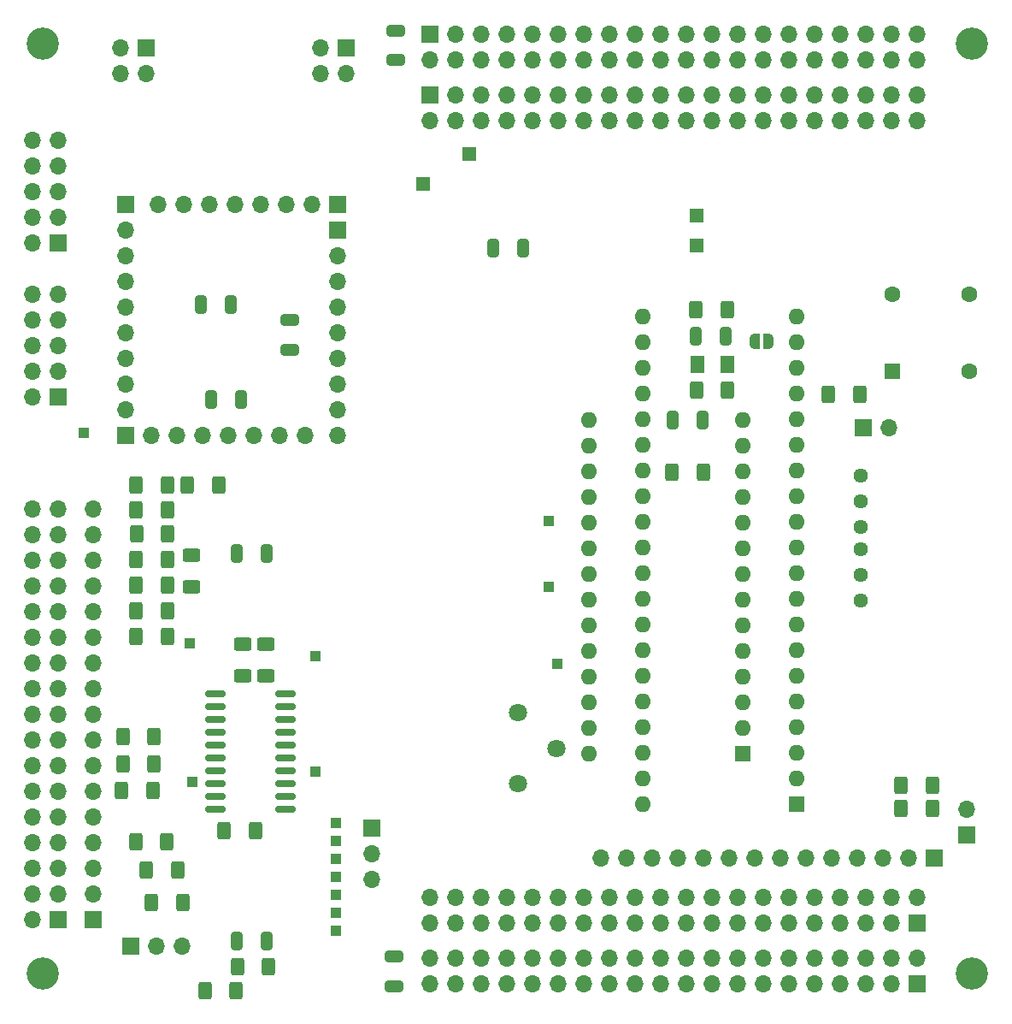
<source format=gbr>
%TF.GenerationSoftware,KiCad,Pcbnew,8.0.5-8.0.5-0~ubuntu22.04.1*%
%TF.CreationDate,2024-10-11T08:26:29+02:00*%
%TF.ProjectId,WD1771_Board,57443137-3731-45f4-926f-6172642e6b69,rev?*%
%TF.SameCoordinates,Original*%
%TF.FileFunction,Soldermask,Bot*%
%TF.FilePolarity,Negative*%
%FSLAX46Y46*%
G04 Gerber Fmt 4.6, Leading zero omitted, Abs format (unit mm)*
G04 Created by KiCad (PCBNEW 8.0.5-8.0.5-0~ubuntu22.04.1) date 2024-10-11 08:26:29*
%MOMM*%
%LPD*%
G01*
G04 APERTURE LIST*
G04 Aperture macros list*
%AMRoundRect*
0 Rectangle with rounded corners*
0 $1 Rounding radius*
0 $2 $3 $4 $5 $6 $7 $8 $9 X,Y pos of 4 corners*
0 Add a 4 corners polygon primitive as box body*
4,1,4,$2,$3,$4,$5,$6,$7,$8,$9,$2,$3,0*
0 Add four circle primitives for the rounded corners*
1,1,$1+$1,$2,$3*
1,1,$1+$1,$4,$5*
1,1,$1+$1,$6,$7*
1,1,$1+$1,$8,$9*
0 Add four rect primitives between the rounded corners*
20,1,$1+$1,$2,$3,$4,$5,0*
20,1,$1+$1,$4,$5,$6,$7,0*
20,1,$1+$1,$6,$7,$8,$9,0*
20,1,$1+$1,$8,$9,$2,$3,0*%
%AMFreePoly0*
4,1,19,0.500000,-0.750000,0.000000,-0.750000,0.000000,-0.744911,-0.071157,-0.744911,-0.207708,-0.704816,-0.327430,-0.627875,-0.420627,-0.520320,-0.479746,-0.390866,-0.500000,-0.250000,-0.500000,0.250000,-0.479746,0.390866,-0.420627,0.520320,-0.327430,0.627875,-0.207708,0.704816,-0.071157,0.744911,0.000000,0.744911,0.000000,0.750000,0.500000,0.750000,0.500000,-0.750000,0.500000,-0.750000,
$1*%
%AMFreePoly1*
4,1,19,0.000000,0.744911,0.071157,0.744911,0.207708,0.704816,0.327430,0.627875,0.420627,0.520320,0.479746,0.390866,0.500000,0.250000,0.500000,-0.250000,0.479746,-0.390866,0.420627,-0.520320,0.327430,-0.627875,0.207708,-0.704816,0.071157,-0.744911,0.000000,-0.744911,0.000000,-0.750000,-0.500000,-0.750000,-0.500000,0.750000,0.000000,0.750000,0.000000,0.744911,0.000000,0.744911,
$1*%
G04 Aperture macros list end*
%ADD10R,1.700000X1.700000*%
%ADD11O,1.700000X1.700000*%
%ADD12R,1.000000X1.000000*%
%ADD13R,1.350000X1.350000*%
%ADD14C,1.800000*%
%ADD15C,3.200000*%
%ADD16R,1.600000X1.600000*%
%ADD17O,1.600000X1.600000*%
%ADD18C,1.600000*%
%ADD19C,1.440000*%
%ADD20RoundRect,0.250000X-0.650000X0.325000X-0.650000X-0.325000X0.650000X-0.325000X0.650000X0.325000X0*%
%ADD21RoundRect,0.250000X0.400000X0.625000X-0.400000X0.625000X-0.400000X-0.625000X0.400000X-0.625000X0*%
%ADD22RoundRect,0.250000X-0.325000X-0.650000X0.325000X-0.650000X0.325000X0.650000X-0.325000X0.650000X0*%
%ADD23RoundRect,0.250000X-0.400000X-0.625000X0.400000X-0.625000X0.400000X0.625000X-0.400000X0.625000X0*%
%ADD24RoundRect,0.250000X0.325000X0.650000X-0.325000X0.650000X-0.325000X-0.650000X0.325000X-0.650000X0*%
%ADD25RoundRect,0.250001X-0.462499X-0.624999X0.462499X-0.624999X0.462499X0.624999X-0.462499X0.624999X0*%
%ADD26RoundRect,0.250000X-0.625000X0.400000X-0.625000X-0.400000X0.625000X-0.400000X0.625000X0.400000X0*%
%ADD27RoundRect,0.250000X0.625000X-0.400000X0.625000X0.400000X-0.625000X0.400000X-0.625000X-0.400000X0*%
%ADD28RoundRect,0.250000X0.650000X-0.325000X0.650000X0.325000X-0.650000X0.325000X-0.650000X-0.325000X0*%
%ADD29RoundRect,0.150000X0.837500X0.150000X-0.837500X0.150000X-0.837500X-0.150000X0.837500X-0.150000X0*%
%ADD30FreePoly0,0.000000*%
%ADD31FreePoly1,0.000000*%
G04 APERTURE END LIST*
D10*
%TO.C,J30*%
X64262000Y-54356000D03*
D11*
X61722000Y-54356000D03*
X64262000Y-56896000D03*
X61722000Y-56896000D03*
%TD*%
D12*
%TO.C,J29*%
X83058000Y-131064000D03*
%TD*%
D10*
%TO.C,J15*%
X83185000Y-72390000D03*
D11*
X83185000Y-74930000D03*
X83185000Y-77470000D03*
X83185000Y-80010000D03*
X83185000Y-82550000D03*
X83185000Y-85090000D03*
X83185000Y-87630000D03*
X83185000Y-90170000D03*
X83185000Y-92710000D03*
%TD*%
D13*
%TO.C,J8*%
X91694000Y-67818000D03*
%TD*%
D10*
%TO.C,J1*%
X92367000Y-53000000D03*
D11*
X92367000Y-55540000D03*
X94907000Y-53000000D03*
X94907000Y-55540000D03*
X97447000Y-53000000D03*
X97447000Y-55540000D03*
X99987000Y-53000000D03*
X99987000Y-55540000D03*
X102527000Y-53000000D03*
X102527000Y-55540000D03*
X105067000Y-53000000D03*
X105067000Y-55540000D03*
X107607000Y-53000000D03*
X107607000Y-55540000D03*
X110147000Y-53000000D03*
X110147000Y-55540000D03*
X112687000Y-53000000D03*
X112687000Y-55540000D03*
X115227000Y-53000000D03*
X115227000Y-55540000D03*
X117767000Y-53000000D03*
X117767000Y-55540000D03*
X120307000Y-53000000D03*
X120307000Y-55540000D03*
X122847000Y-53000000D03*
X122847000Y-55540000D03*
X125387000Y-53000000D03*
X125387000Y-55540000D03*
X127927000Y-53000000D03*
X127927000Y-55540000D03*
X130467000Y-53000000D03*
X130467000Y-55540000D03*
X133007000Y-53000000D03*
X133007000Y-55540000D03*
X135547000Y-53000000D03*
X135547000Y-55540000D03*
X138087000Y-53000000D03*
X138087000Y-55540000D03*
X140627000Y-53000000D03*
X140627000Y-55540000D03*
%TD*%
D10*
%TO.C,JP6*%
X135255000Y-91948000D03*
D11*
X137795000Y-91948000D03*
%TD*%
D10*
%TO.C,J12*%
X55540000Y-140627000D03*
D11*
X53000000Y-140627000D03*
X55540000Y-138087000D03*
X53000000Y-138087000D03*
X55540000Y-135547000D03*
X53000000Y-135547000D03*
X55540000Y-133007000D03*
X53000000Y-133007000D03*
X55540000Y-130467000D03*
X53000000Y-130467000D03*
X55540000Y-127927000D03*
X53000000Y-127927000D03*
X55540000Y-125387000D03*
X53000000Y-125387000D03*
X55540000Y-122847000D03*
X53000000Y-122847000D03*
X55540000Y-120307000D03*
X53000000Y-120307000D03*
X55540000Y-117767000D03*
X53000000Y-117767000D03*
X55540000Y-115227000D03*
X53000000Y-115227000D03*
X55540000Y-112687000D03*
X53000000Y-112687000D03*
X55540000Y-110147000D03*
X53000000Y-110147000D03*
X55540000Y-107607000D03*
X53000000Y-107607000D03*
X55540000Y-105067000D03*
X53000000Y-105067000D03*
X55540000Y-102527000D03*
X53000000Y-102527000D03*
X55540000Y-99987000D03*
X53000000Y-99987000D03*
%TD*%
D10*
%TO.C,JP3*%
X86614000Y-131572000D03*
D11*
X86614000Y-134112000D03*
X86614000Y-136652000D03*
%TD*%
D13*
%TO.C,J9*%
X118745000Y-73914000D03*
%TD*%
D10*
%TO.C,J4*%
X140627000Y-141000000D03*
D11*
X140627000Y-138460000D03*
X138087000Y-141000000D03*
X138087000Y-138460000D03*
X135547000Y-141000000D03*
X135547000Y-138460000D03*
X133007000Y-141000000D03*
X133007000Y-138460000D03*
X130467000Y-141000000D03*
X130467000Y-138460000D03*
X127927000Y-141000000D03*
X127927000Y-138460000D03*
X125387000Y-141000000D03*
X125387000Y-138460000D03*
X122847000Y-141000000D03*
X122847000Y-138460000D03*
X120307000Y-141000000D03*
X120307000Y-138460000D03*
X117767000Y-141000000D03*
X117767000Y-138460000D03*
X115227000Y-141000000D03*
X115227000Y-138460000D03*
X112687000Y-141000000D03*
X112687000Y-138460000D03*
X110147000Y-141000000D03*
X110147000Y-138460000D03*
X107607000Y-141000000D03*
X107607000Y-138460000D03*
X105067000Y-141000000D03*
X105067000Y-138460000D03*
X102527000Y-141000000D03*
X102527000Y-138460000D03*
X99987000Y-141000000D03*
X99987000Y-138460000D03*
X97447000Y-141000000D03*
X97447000Y-138460000D03*
X94907000Y-141000000D03*
X94907000Y-138460000D03*
X92367000Y-141000000D03*
X92367000Y-138460000D03*
%TD*%
D10*
%TO.C,J31*%
X84094000Y-54376000D03*
D11*
X81554000Y-54376000D03*
X84094000Y-56916000D03*
X81554000Y-56916000D03*
%TD*%
D12*
%TO.C,J28*%
X83058000Y-132842000D03*
%TD*%
D10*
%TO.C,J7*%
X83185000Y-69850000D03*
D11*
X80645000Y-69850000D03*
X78105000Y-69850000D03*
X75565000Y-69850000D03*
X73025000Y-69850000D03*
X70485000Y-69850000D03*
X67945000Y-69850000D03*
X65405000Y-69850000D03*
%TD*%
D12*
%TO.C,J18*%
X81026000Y-114554000D03*
%TD*%
%TO.C,J17*%
X68834000Y-127000000D03*
%TD*%
D10*
%TO.C,JP1*%
X62738000Y-143256000D03*
D11*
X65278000Y-143256000D03*
X67818000Y-143256000D03*
%TD*%
D13*
%TO.C,J10*%
X118745000Y-70993000D03*
%TD*%
D12*
%TO.C,J27*%
X83058000Y-134620000D03*
%TD*%
%TO.C,J34*%
X104140000Y-107696000D03*
%TD*%
%TO.C,J20*%
X81026000Y-125984000D03*
%TD*%
D13*
%TO.C,J5*%
X96225000Y-64925000D03*
%TD*%
D10*
%TO.C,J26*%
X145517000Y-132314000D03*
D11*
X145517000Y-129774000D03*
%TD*%
D10*
%TO.C,J2*%
X140627000Y-147000000D03*
D11*
X140627000Y-144460000D03*
X138087000Y-147000000D03*
X138087000Y-144460000D03*
X135547000Y-147000000D03*
X135547000Y-144460000D03*
X133007000Y-147000000D03*
X133007000Y-144460000D03*
X130467000Y-147000000D03*
X130467000Y-144460000D03*
X127927000Y-147000000D03*
X127927000Y-144460000D03*
X125387000Y-147000000D03*
X125387000Y-144460000D03*
X122847000Y-147000000D03*
X122847000Y-144460000D03*
X120307000Y-147000000D03*
X120307000Y-144460000D03*
X117767000Y-147000000D03*
X117767000Y-144460000D03*
X115227000Y-147000000D03*
X115227000Y-144460000D03*
X112687000Y-147000000D03*
X112687000Y-144460000D03*
X110147000Y-147000000D03*
X110147000Y-144460000D03*
X107607000Y-147000000D03*
X107607000Y-144460000D03*
X105067000Y-147000000D03*
X105067000Y-144460000D03*
X102527000Y-147000000D03*
X102527000Y-144460000D03*
X99987000Y-147000000D03*
X99987000Y-144460000D03*
X97447000Y-147000000D03*
X97447000Y-144460000D03*
X94907000Y-147000000D03*
X94907000Y-144460000D03*
X92367000Y-147000000D03*
X92367000Y-144460000D03*
%TD*%
D10*
%TO.C,J32*%
X55540000Y-73660000D03*
D11*
X53000000Y-73660000D03*
X55540000Y-71120000D03*
X53000000Y-71120000D03*
X55540000Y-68580000D03*
X53000000Y-68580000D03*
X55540000Y-66040000D03*
X53000000Y-66040000D03*
X55540000Y-63500000D03*
X53000000Y-63500000D03*
%TD*%
D10*
%TO.C,J14*%
X55540000Y-88900000D03*
D11*
X53000000Y-88900000D03*
X55540000Y-86360000D03*
X53000000Y-86360000D03*
X55540000Y-83820000D03*
X53000000Y-83820000D03*
X55540000Y-81280000D03*
X53000000Y-81280000D03*
X55540000Y-78740000D03*
X53000000Y-78740000D03*
%TD*%
D14*
%TO.C,C9*%
X104902000Y-123698000D03*
X101092000Y-120205500D03*
X101092000Y-127190500D03*
%TD*%
D15*
%TO.C,H3*%
X146000000Y-54000000D03*
%TD*%
D12*
%TO.C,J22*%
X83058000Y-141732000D03*
%TD*%
%TO.C,J33*%
X104140000Y-101219000D03*
%TD*%
D16*
%TO.C,U3*%
X123317000Y-124206000D03*
D17*
X123317000Y-121666000D03*
X123317000Y-119126000D03*
X123317000Y-116586000D03*
X123317000Y-114046000D03*
X123317000Y-111506000D03*
X123317000Y-108966000D03*
X123317000Y-106426000D03*
X123317000Y-103886000D03*
X123317000Y-101346000D03*
X123317000Y-98806000D03*
X123317000Y-96266000D03*
X123317000Y-93726000D03*
X123317000Y-91186000D03*
X108077000Y-91186000D03*
X108077000Y-93726000D03*
X108077000Y-96266000D03*
X108077000Y-98806000D03*
X108077000Y-101346000D03*
X108077000Y-103886000D03*
X108077000Y-106426000D03*
X108077000Y-108966000D03*
X108077000Y-111506000D03*
X108077000Y-114046000D03*
X108077000Y-116586000D03*
X108077000Y-119126000D03*
X108077000Y-121666000D03*
X108077000Y-124206000D03*
%TD*%
D12*
%TO.C,J19*%
X68580000Y-113284000D03*
%TD*%
%TO.C,J35*%
X105003600Y-115316000D03*
%TD*%
%TO.C,J24*%
X83058000Y-136398000D03*
%TD*%
D10*
%TO.C,J11*%
X142325000Y-134525000D03*
D11*
X139785000Y-134525000D03*
X137245000Y-134525000D03*
X134705000Y-134525000D03*
X132165000Y-134525000D03*
X129625000Y-134525000D03*
X127085000Y-134525000D03*
X124545000Y-134525000D03*
X122005000Y-134525000D03*
X119465000Y-134525000D03*
X116925000Y-134525000D03*
X114385000Y-134525000D03*
X111845000Y-134525000D03*
X109305000Y-134525000D03*
%TD*%
D16*
%TO.C,X1*%
X138176000Y-86360000D03*
D18*
X145796000Y-86360000D03*
X145796000Y-78740000D03*
X138176000Y-78740000D03*
%TD*%
D10*
%TO.C,J3*%
X92367000Y-59000000D03*
D11*
X92367000Y-61540000D03*
X94907000Y-59000000D03*
X94907000Y-61540000D03*
X97447000Y-59000000D03*
X97447000Y-61540000D03*
X99987000Y-59000000D03*
X99987000Y-61540000D03*
X102527000Y-59000000D03*
X102527000Y-61540000D03*
X105067000Y-59000000D03*
X105067000Y-61540000D03*
X107607000Y-59000000D03*
X107607000Y-61540000D03*
X110147000Y-59000000D03*
X110147000Y-61540000D03*
X112687000Y-59000000D03*
X112687000Y-61540000D03*
X115227000Y-59000000D03*
X115227000Y-61540000D03*
X117767000Y-59000000D03*
X117767000Y-61540000D03*
X120307000Y-59000000D03*
X120307000Y-61540000D03*
X122847000Y-59000000D03*
X122847000Y-61540000D03*
X125387000Y-59000000D03*
X125387000Y-61540000D03*
X127927000Y-59000000D03*
X127927000Y-61540000D03*
X130467000Y-59000000D03*
X130467000Y-61540000D03*
X133007000Y-59000000D03*
X133007000Y-61540000D03*
X135547000Y-59000000D03*
X135547000Y-61540000D03*
X138087000Y-59000000D03*
X138087000Y-61540000D03*
X140627000Y-59000000D03*
X140627000Y-61540000D03*
%TD*%
D12*
%TO.C,J21*%
X58039000Y-92456000D03*
%TD*%
D19*
%TO.C,RV1*%
X135052000Y-96680000D03*
X135052000Y-99220000D03*
X135052000Y-101760000D03*
%TD*%
D12*
%TO.C,J23*%
X83058000Y-139954000D03*
%TD*%
D10*
%TO.C,J16*%
X62230000Y-92710000D03*
D11*
X64770000Y-92710000D03*
X67310000Y-92710000D03*
X69850000Y-92710000D03*
X72390000Y-92710000D03*
X74930000Y-92710000D03*
X77470000Y-92710000D03*
X80010000Y-92710000D03*
%TD*%
D15*
%TO.C,H1*%
X54000000Y-54000000D03*
%TD*%
D12*
%TO.C,J25*%
X83058000Y-138176000D03*
%TD*%
D15*
%TO.C,H2*%
X54000000Y-146000000D03*
%TD*%
D10*
%TO.C,J6*%
X62230000Y-69850000D03*
D11*
X62230000Y-72390000D03*
X62230000Y-74930000D03*
X62230000Y-77470000D03*
X62230000Y-80010000D03*
X62230000Y-82550000D03*
X62230000Y-85090000D03*
X62230000Y-87630000D03*
X62230000Y-90170000D03*
%TD*%
D16*
%TO.C,U7*%
X128651000Y-129271000D03*
D17*
X128651000Y-126731000D03*
X128651000Y-124191000D03*
X128651000Y-121651000D03*
X128651000Y-119111000D03*
X128651000Y-116571000D03*
X128651000Y-114031000D03*
X128651000Y-111491000D03*
X128651000Y-108951000D03*
X128651000Y-106411000D03*
X128651000Y-103871000D03*
X128651000Y-101331000D03*
X128651000Y-98791000D03*
X128651000Y-96251000D03*
X128651000Y-93711000D03*
X128651000Y-91171000D03*
X128651000Y-88631000D03*
X128651000Y-86091000D03*
X128651000Y-83551000D03*
X128651000Y-81011000D03*
X113411000Y-81011000D03*
X113411000Y-83551000D03*
X113411000Y-86091000D03*
X113411000Y-88631000D03*
X113411000Y-91171000D03*
X113411000Y-93711000D03*
X113411000Y-96251000D03*
X113411000Y-98791000D03*
X113411000Y-101331000D03*
X113411000Y-103871000D03*
X113411000Y-106411000D03*
X113411000Y-108951000D03*
X113411000Y-111491000D03*
X113411000Y-114031000D03*
X113411000Y-116571000D03*
X113411000Y-119111000D03*
X113411000Y-121651000D03*
X113411000Y-124191000D03*
X113411000Y-126731000D03*
X113411000Y-129271000D03*
%TD*%
D19*
%TO.C,RV2*%
X135000000Y-103975000D03*
X135000000Y-106515000D03*
X135000000Y-109055000D03*
%TD*%
D10*
%TO.C,J13*%
X59000000Y-140627000D03*
D11*
X59000000Y-138087000D03*
X59000000Y-135547000D03*
X59000000Y-133007000D03*
X59000000Y-130467000D03*
X59000000Y-127927000D03*
X59000000Y-125387000D03*
X59000000Y-122847000D03*
X59000000Y-120307000D03*
X59000000Y-117767000D03*
X59000000Y-115227000D03*
X59000000Y-112687000D03*
X59000000Y-110147000D03*
X59000000Y-107607000D03*
X59000000Y-105067000D03*
X59000000Y-102527000D03*
X59000000Y-99987000D03*
%TD*%
D15*
%TO.C,H4*%
X146000000Y-146000000D03*
%TD*%
D20*
%TO.C,C2*%
X88800000Y-144300000D03*
X88800000Y-147250000D03*
%TD*%
D21*
%TO.C,R27*%
X67336000Y-135763000D03*
X64236000Y-135763000D03*
%TD*%
%TO.C,R26*%
X75083000Y-131826000D03*
X71983000Y-131826000D03*
%TD*%
D22*
%TO.C,C6*%
X116381000Y-91186000D03*
X119331000Y-91186000D03*
%TD*%
D23*
%TO.C,R13*%
X118745000Y-88265000D03*
X121845000Y-88265000D03*
%TD*%
D21*
%TO.C,R1*%
X66294000Y-132969000D03*
X63194000Y-132969000D03*
%TD*%
D23*
%TO.C,R4*%
X139025000Y-127325000D03*
X142125000Y-127325000D03*
%TD*%
D21*
%TO.C,R20*%
X66346000Y-112649000D03*
X63246000Y-112649000D03*
%TD*%
D24*
%TO.C,C11*%
X72595000Y-79756000D03*
X69645000Y-79756000D03*
%TD*%
D21*
%TO.C,R17*%
X66320000Y-97663000D03*
X63220000Y-97663000D03*
%TD*%
D22*
%TO.C,C8*%
X118716000Y-82931000D03*
X121666000Y-82931000D03*
%TD*%
D25*
%TO.C,D1*%
X118818000Y-85725000D03*
X121793000Y-85725000D03*
%TD*%
D22*
%TO.C,C5*%
X98601000Y-74168000D03*
X101551000Y-74168000D03*
%TD*%
D21*
%TO.C,R2*%
X66346000Y-105054400D03*
X63246000Y-105054400D03*
%TD*%
D26*
%TO.C,R19*%
X68707000Y-104596000D03*
X68707000Y-107696000D03*
%TD*%
D22*
%TO.C,C15*%
X73201000Y-142748000D03*
X76151000Y-142748000D03*
%TD*%
D21*
%TO.C,R3*%
X66344800Y-110134400D03*
X63244800Y-110134400D03*
%TD*%
D23*
%TO.C,R11*%
X73279000Y-145288000D03*
X76379000Y-145288000D03*
%TD*%
D21*
%TO.C,R12*%
X66346000Y-100076000D03*
X63246000Y-100076000D03*
%TD*%
D23*
%TO.C,R5*%
X139000000Y-129625000D03*
X142100000Y-129625000D03*
%TD*%
D21*
%TO.C,R6*%
X66344800Y-107594400D03*
X63244800Y-107594400D03*
%TD*%
%TO.C,R14*%
X121793000Y-80264000D03*
X118693000Y-80264000D03*
%TD*%
%TO.C,R29*%
X73152000Y-147701000D03*
X70052000Y-147701000D03*
%TD*%
%TO.C,R15*%
X134926000Y-88646000D03*
X131826000Y-88646000D03*
%TD*%
%TO.C,R7*%
X66370800Y-102514400D03*
X63270800Y-102514400D03*
%TD*%
D20*
%TO.C,C13*%
X78486000Y-81329000D03*
X78486000Y-84279000D03*
%TD*%
D23*
%TO.C,R18*%
X68326000Y-97663000D03*
X71426000Y-97663000D03*
%TD*%
D27*
%TO.C,R21*%
X76073000Y-116511000D03*
X76073000Y-113411000D03*
%TD*%
%TO.C,R22*%
X73787000Y-116511000D03*
X73787000Y-113411000D03*
%TD*%
D24*
%TO.C,C14*%
X76151000Y-104394000D03*
X73201000Y-104394000D03*
%TD*%
D23*
%TO.C,R16*%
X116332000Y-96393000D03*
X119432000Y-96393000D03*
%TD*%
%TO.C,R25*%
X61823000Y-127889000D03*
X64923000Y-127889000D03*
%TD*%
D28*
%TO.C,C1*%
X89000000Y-55600000D03*
X89000000Y-52650000D03*
%TD*%
D23*
%TO.C,R24*%
X61924000Y-125222000D03*
X65024000Y-125222000D03*
%TD*%
D24*
%TO.C,C12*%
X73660000Y-89154000D03*
X70710000Y-89154000D03*
%TD*%
D29*
%TO.C,U1*%
X78031824Y-118341735D03*
X78031824Y-119611735D03*
X78031824Y-120881735D03*
X78031824Y-122151735D03*
X78031824Y-123421735D03*
X78031824Y-124691735D03*
X78031824Y-125961735D03*
X78031824Y-127231735D03*
X78031824Y-128501735D03*
X78031824Y-129771735D03*
X71106824Y-129771735D03*
X71106824Y-128501735D03*
X71106824Y-127231735D03*
X71106824Y-125961735D03*
X71106824Y-124691735D03*
X71106824Y-123421735D03*
X71106824Y-122151735D03*
X71106824Y-120881735D03*
X71106824Y-119611735D03*
X71106824Y-118341735D03*
%TD*%
D21*
%TO.C,R28*%
X67870000Y-138938000D03*
X64770000Y-138938000D03*
%TD*%
D30*
%TO.C,JP5*%
X124557000Y-83439000D03*
D31*
X125857000Y-83439000D03*
%TD*%
D23*
%TO.C,R23*%
X61924000Y-122555000D03*
X65024000Y-122555000D03*
%TD*%
M02*

</source>
